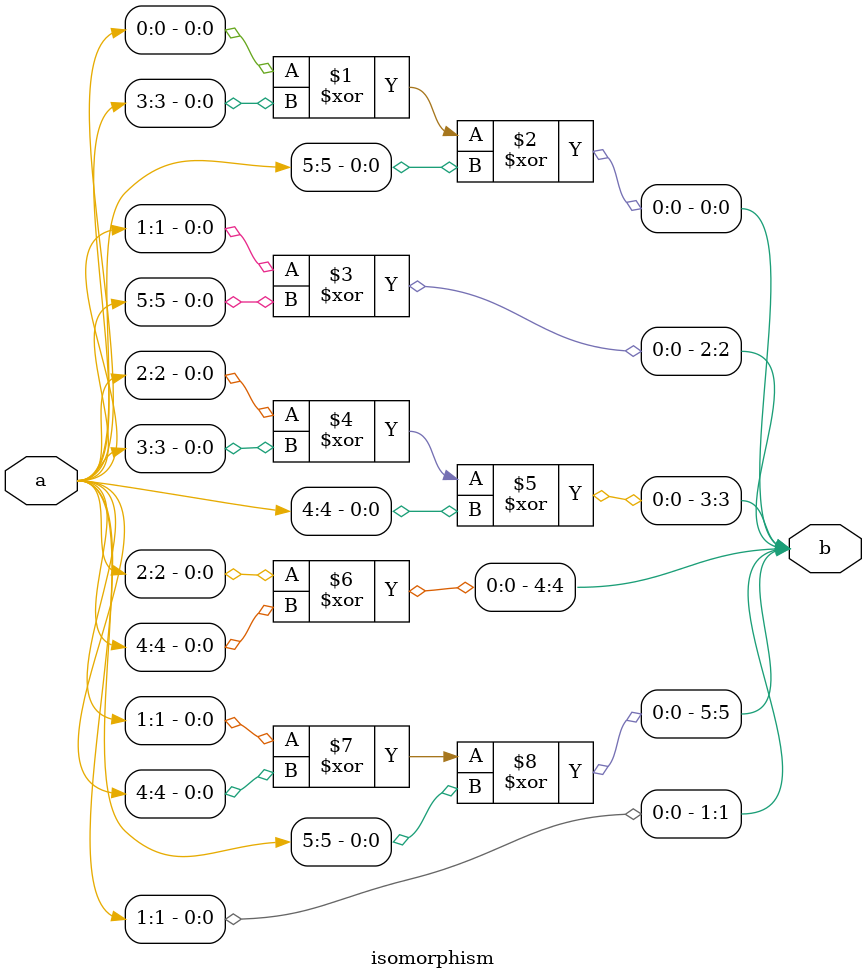
<source format=v>
`timescale 1ns/100ps
module SMS32_38_pp_2_5(x,y);
	 input [5:0] x;
	 output [5:0] y;
	 wire [5:0] w;
	 wire [5:0] p;
	 isomorphism C2 (x,w);
	 power_38 C3 (w,p);
	 inv_isomorphism C4 (p,y);
endmodule

module add_base(a,b,c);
	 input [2:0] a;
	 input [2:0] b;
	 output [2:0] c;
	 assign c[0]=a[0]^b[0];
	 assign c[1]=a[1]^b[1];
	 assign c[2]=a[2]^b[2];
endmodule

module constant_multiplication_base_0(a,b);
	 input [2:0] a;
	 output [2:0] b;
	 assign b[0]=0;
	 assign b[1]=0;
	 assign b[2]=0;
endmodule

module constant_multiplication_base_1(a,b);
	 input [2:0] a;
	 output [2:0] b;
	 assign b[0]=a[0];
	 assign b[1]=a[1];
	 assign b[2]=a[2];
endmodule

module constant_multiplication_base_2(a,b);
	 input [2:0] a;
	 output [2:0] b;
	 assign b[0]=a[2];
	 assign b[1]=a[0];
	 assign b[2]=a[1]^a[2];
endmodule

module constant_multiplication_base_3(a,b);
	 input [2:0] a;
	 output [2:0] b;
	 assign b[0]=a[1]^a[2];
	 assign b[1]=a[2];
	 assign b[2]=a[0]^a[1]^a[2];
endmodule

module constant_multiplication_base_4(a,b);
	 input [2:0] a;
	 output [2:0] b;
	 assign b[0]=a[0]^a[1]^a[2];
	 assign b[1]=a[1]^a[2];
	 assign b[2]=a[0]^a[1];
endmodule

module constant_multiplication_base_5(a,b);
	 input [2:0] a;
	 output [2:0] b;
	 assign b[0]=a[0]^a[1];
	 assign b[1]=a[0]^a[1]^a[2];
	 assign b[2]=a[0]^a[2];
endmodule

module constant_multiplication_base_6(a,b);
	 input [2:0] a;
	 output [2:0] b;
	 assign b[0]=a[0]^a[2];
	 assign b[1]=a[0]^a[1];
	 assign b[2]=a[1];
endmodule

module constant_multiplication_base_7(a,b);
	 input [2:0] a;
	 output [2:0] b;
	 assign b[0]=a[1];
	 assign b[1]=a[0]^a[2];
	 assign b[2]=a[0];
endmodule

module multiplication_base(a,b,c);
	 input [2:0] a;
	 input [2:0] b;
	 output [2:0] c;
	 assign c[0]=(a[0]&b[0])^(a[1]&b[2])^(a[2]&b[1])^(a[2]&b[2]);
	 assign c[1]=(a[0]&b[1])^(a[1]&b[0])^(a[2]&b[2]);
	 assign c[2]=(a[2]&b[0])^(a[1]&b[1])^(a[0]&b[2])^(a[1]&b[2])^(a[2]&b[1])^(a[2]&b[2]);
endmodule

module square_base(a,b);
	 input [2:0] a;
	 output[2:0] b;
	 assign b[0]=a[0]^a[2];
	 assign b[1]=a[2];
	 assign b[2]=a[1]^a[2];
endmodule

module four_base(a,b);
	 input [2:0] a;
	 output[2:0] b;
	 assign b[0]=a[0]^a[1];
	 assign b[1]=a[1]^a[2];
	 assign b[2]=a[1];
endmodule

module three_base(a,b);
	 input [2:0] a;
	 output [2:0] b;
	 assign b[0]=a[0]^a[1]^(a[0]&a[2]);
	 assign b[1]=a[2]^(a[0]&a[2])^(a[0]&a[1]);
	 assign b[2]=a[1]^a[2]^(a[1]&a[2])^(a[0]&a[1]);
endmodule

module six_base(a,b);
	 input [2:0] a;
	 output [2:0] b;
	 assign b[0]=a[0]^a[2]^(a[0]&a[1])^(a[0]&a[2])^(a[1]&a[2]);
	 assign b[1]=a[1]^a[2]^(a[1]&a[2])^(a[0]&a[1]);
	 assign b[2]=a[1]^(a[1]&a[2])^(a[0]&a[2]);
endmodule

module power_38(a,b);
	 input [5:0] a;
	 output [5:0] b;
	 wire [2:0] x_0;
	 wire [2:0] x_1;
	 wire [2:0] x_2;
	 wire [2:0] x_3;
	 wire [2:0] x_4;
	 wire [2:0] x_5;
	 wire [2:0] x_6;
	 wire [2:0] x_7;
	 wire [2:0] y_0;
	 wire [2:0] y_1;
	 wire [2:0] y_2;
	 wire [2:0] y_3;
	 wire [2:0] y_4;
	 wire [2:0] y_5;
	 wire [2:0] w_00;
	 wire [2:0] w_01;
	 wire [2:0] w_02;
	 wire [2:0] w_03;
	 wire [2:0] w_04;
	 wire [2:0] w_05;
	 wire [2:0] w_10;
	 wire [2:0] w_11;
	 wire [2:0] w_12;
	 wire [2:0] w_13;
	 wire [2:0] w_14;
	 wire [2:0] w_15;
	 wire [2:0] z_00;
	 wire [2:0] z_01;
	 wire [2:0] z_02;
	 wire [2:0] z_03;
	 wire [2:0] z_04;
	 wire [2:0] z_10;
	 wire [2:0] z_11;
	 wire [2:0] z_12;
	 wire [2:0] z_13;
	 wire [2:0] z_14;
	 assign x_0[0]=a[0];
	 assign x_0[1]=a[1];
	 assign x_0[2]=a[2];
	 assign x_1[0]=a[3];
	 assign x_1[1]=a[4];
	 assign x_1[2]=a[5];
	 three_base  A1 (x_0,y_0);
	 three_base A2 (x_1,y_1);
	 six_base A3 (x_0,x_2);
	 six_base A4 (x_1,x_3);
	 four_base  A5 (x_0,x_4);
	 four_base A6 (x_1,x_5);
	 square_base  A7 (x_0,x_6);
	 square_base A8 (x_1,x_7);
	 multiplication_base A9 (x_2,x_5,y_2);
	 multiplication_base A10 (x_3,x_4,y_3);
	 multiplication_base A11 (x_6,x_1,y_4);
	 multiplication_base A12 (x_7,x_0,y_5);
	 constant_multiplication_base_1 MC00 (y_0,w_00);
	 constant_multiplication_base_7 MC01 (y_1,w_01);
	 constant_multiplication_base_5 MC02 (y_2,w_02);
	 constant_multiplication_base_2 MC03 (y_3,w_03);
	 constant_multiplication_base_3 MC04 (y_4,w_04);
	 constant_multiplication_base_5 MC05 (y_5,w_05);
	 constant_multiplication_base_0 MC10 (y_0,w_10);
	 constant_multiplication_base_4 MC11 (y_1,w_11);
	 constant_multiplication_base_0 MC12 (y_2,w_12);
	 constant_multiplication_base_6 MC13 (y_3,w_13);
	 constant_multiplication_base_0 MC14 (y_4,w_14);
	 constant_multiplication_base_2 MC15 (y_5,w_15);
	 add_base AB00 (w_00,w_01,z_00);
	 add_base AB01 (w_02,z_00,z_01);
	 add_base AB02 (w_03,z_01,z_02);
	 add_base AB03 (w_04,z_02,z_03);
	 add_base AB04 (w_05,z_03,z_04);
	 add_base AB10 (w_10,w_11,z_10);
	 add_base AB11 (w_12,z_10,z_11);
	 add_base AB12 (w_13,z_11,z_12);
	 add_base AB13 (w_14,z_12,z_13);
	 add_base AB14 (w_15,z_13,z_14);
	 assign b[0]=z_04[0];
	 assign b[1]=z_04[1];
	 assign b[2]=z_04[2];
	 assign b[3]=z_14[0];
	 assign b[4]=z_14[1];
	 assign b[5]=z_14[2];
endmodule

module inv_isomorphism(a,b);
	 input [5:0] a;
	 output [5:0] b;
	 assign b[0]=a[0]^a[2]^a[3];
	 assign b[1]=a[1]^a[2]^a[3];
	 assign b[2]=a[0];
	 assign b[3]=a[1]^a[4];
	 assign b[4]=a[1]^a[3]^a[5];
	 assign b[5]=a[0]^a[1]^a[2];
endmodule

module isomorphism(a,b);
	 input [5:0] a;
	 output [5:0] b;
	 assign b[0]=a[0]^a[3]^a[5];
	 assign b[1]=a[1];
	 assign b[2]=a[1]^a[5];
	 assign b[3]=a[2]^a[3]^a[4];
	 assign b[4]=a[2]^a[4];
	 assign b[5]=a[1]^a[4]^a[5];
endmodule


</source>
